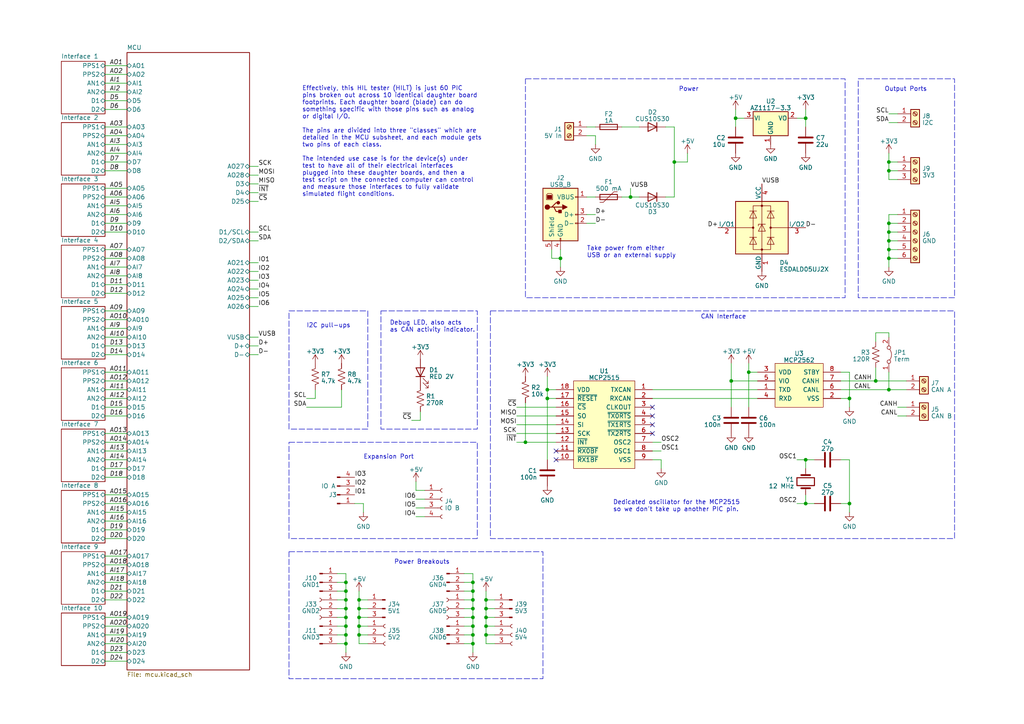
<source format=kicad_sch>
(kicad_sch (version 20230121) (generator eeschema)
  (paper "A4")
  (junction (at 257.81 67.31))
  (junction (at 257.81 74.93))
  (junction (at 104.14 173.99))
  (junction (at 246.38 115.57))
  (junction (at 137.16 173.99))
  (junction (at 195.58 46.99))
  (junction (at 104.14 184.15))
  (junction (at 257.81 69.85))
  (junction (at 217.17 107.95))
  (junction (at 158.75 113.03))
  (junction (at 140.97 179.07))
  (junction (at 162.56 74.93))
  (junction (at 257.81 72.39))
  (junction (at 100.33 186.69))
  (junction (at 100.33 179.07))
  (junction (at 233.68 34.29))
  (junction (at 100.33 171.45))
  (junction (at 254 110.49))
  (junction (at 140.97 184.15))
  (junction (at 137.16 184.15))
  (junction (at 158.75 115.57))
  (junction (at 152.4 128.27))
  (junction (at 246.38 146.05))
  (junction (at 100.33 173.99))
  (junction (at 100.33 176.53))
  (junction (at 137.16 171.45))
  (junction (at 257.81 113.03))
  (junction (at 137.16 168.91))
  (junction (at 104.14 181.61))
  (junction (at 233.68 133.35))
  (junction (at 182.88 57.15))
  (junction (at 140.97 176.53))
  (junction (at 257.81 64.77))
  (junction (at 100.33 181.61))
  (junction (at 257.81 49.53))
  (junction (at 100.33 184.15))
  (junction (at 137.16 181.61))
  (junction (at 104.14 179.07))
  (junction (at 233.68 146.05))
  (junction (at 104.14 176.53))
  (junction (at 140.97 173.99))
  (junction (at 137.16 186.69))
  (junction (at 137.16 176.53))
  (junction (at 137.16 179.07))
  (junction (at 213.36 34.29))
  (junction (at 100.33 168.91))
  (junction (at 140.97 181.61))
  (junction (at 257.81 46.99))
  (junction (at 212.09 110.49))
  (no_connect (at 161.29 133.35))
  (no_connect (at 189.23 118.11))
  (no_connect (at 189.23 123.19))
  (no_connect (at 161.29 130.81))
  (no_connect (at 189.23 125.73))
  (no_connect (at 189.23 120.65))
  (wire (pts (xy 36.83 21.59) (xy 30.48 21.59)))
  (wire (pts (xy 260.35 46.99) (xy 257.81 46.99)))
  (wire (pts (xy 36.83 29.21) (xy 30.48 29.21)))
  (wire (pts (xy 140.97 184.15) (xy 140.97 186.69)))
  (wire (pts (xy 233.68 133.35) (xy 236.22 133.35)))
  (wire (pts (xy 104.14 176.53) (xy 104.14 179.07)))
  (wire (pts (xy 36.83 49.53) (xy 30.48 49.53)))
  (wire (pts (xy 137.16 186.69) (xy 137.16 189.23)))
  (wire (pts (xy 36.83 59.69) (xy 30.48 59.69)))
  (wire (pts (xy 104.14 173.99) (xy 106.68 173.99)))
  (wire (pts (xy 243.84 107.95) (xy 246.38 107.95)))
  (wire (pts (xy 36.83 95.25) (xy 30.48 95.25)))
  (wire (pts (xy 36.83 125.73) (xy 30.48 125.73)))
  (wire (pts (xy 36.83 97.79) (xy 30.48 97.79)))
  (wire (pts (xy 257.81 44.45) (xy 257.81 46.99)))
  (wire (pts (xy 170.18 64.77) (xy 172.72 64.77)))
  (wire (pts (xy 36.83 189.23) (xy 30.48 189.23)))
  (wire (pts (xy 140.97 179.07) (xy 140.97 181.61)))
  (wire (pts (xy 120.65 147.32) (xy 123.19 147.32)))
  (wire (pts (xy 246.38 133.35) (xy 243.84 133.35)))
  (wire (pts (xy 99.06 118.11) (xy 99.06 113.03)))
  (wire (pts (xy 140.97 184.15) (xy 143.51 184.15)))
  (wire (pts (xy 257.81 97.79) (xy 257.81 96.52)))
  (wire (pts (xy 120.65 142.24) (xy 123.19 142.24)))
  (wire (pts (xy 191.77 130.81) (xy 189.23 130.81)))
  (wire (pts (xy 140.97 176.53) (xy 143.51 176.53)))
  (wire (pts (xy 104.14 179.07) (xy 106.68 179.07)))
  (wire (pts (xy 212.09 110.49) (xy 212.09 118.11)))
  (wire (pts (xy 88.9 118.11) (xy 99.06 118.11)))
  (wire (pts (xy 140.97 181.61) (xy 140.97 184.15)))
  (wire (pts (xy 170.18 36.83) (xy 172.72 36.83)))
  (wire (pts (xy 160.02 74.93) (xy 162.56 74.93)))
  (wire (pts (xy 36.83 151.13) (xy 30.48 151.13)))
  (wire (pts (xy 104.14 184.15) (xy 104.14 186.69)))
  (wire (pts (xy 260.35 118.11) (xy 262.89 118.11)))
  (wire (pts (xy 191.77 128.27) (xy 189.23 128.27)))
  (wire (pts (xy 72.39 97.79) (xy 74.93 97.79)))
  (wire (pts (xy 36.83 54.61) (xy 30.48 54.61)))
  (wire (pts (xy 97.79 171.45) (xy 100.33 171.45)))
  (wire (pts (xy 72.39 83.82) (xy 74.93 83.82)))
  (wire (pts (xy 231.14 146.05) (xy 233.68 146.05)))
  (wire (pts (xy 36.83 41.91) (xy 30.48 41.91)))
  (wire (pts (xy 193.04 36.83) (xy 195.58 36.83)))
  (wire (pts (xy 72.39 100.33) (xy 74.93 100.33)))
  (wire (pts (xy 36.83 57.15) (xy 30.48 57.15)))
  (wire (pts (xy 257.81 64.77) (xy 257.81 62.23)))
  (wire (pts (xy 36.83 156.21) (xy 30.48 156.21)))
  (wire (pts (xy 72.39 69.85) (xy 74.93 69.85)))
  (wire (pts (xy 36.83 166.37) (xy 30.48 166.37)))
  (wire (pts (xy 257.81 67.31) (xy 257.81 64.77)))
  (wire (pts (xy 260.35 33.02) (xy 257.81 33.02)))
  (wire (pts (xy 36.83 26.67) (xy 30.48 26.67)))
  (wire (pts (xy 170.18 62.23) (xy 172.72 62.23)))
  (wire (pts (xy 36.83 44.45) (xy 30.48 44.45)))
  (wire (pts (xy 105.41 146.05) (xy 102.87 146.05)))
  (wire (pts (xy 134.62 166.37) (xy 137.16 166.37)))
  (wire (pts (xy 243.84 110.49) (xy 254 110.49)))
  (wire (pts (xy 36.83 173.99) (xy 30.48 173.99)))
  (wire (pts (xy 104.14 176.53) (xy 106.68 176.53)))
  (wire (pts (xy 72.39 67.31) (xy 74.93 67.31)))
  (wire (pts (xy 257.81 52.07) (xy 260.35 52.07)))
  (wire (pts (xy 149.86 118.11) (xy 161.29 118.11)))
  (wire (pts (xy 233.68 31.75) (xy 233.68 34.29)))
  (wire (pts (xy 36.83 31.75) (xy 30.48 31.75)))
  (wire (pts (xy 140.97 176.53) (xy 140.97 179.07)))
  (wire (pts (xy 36.83 82.55) (xy 30.48 82.55)))
  (wire (pts (xy 246.38 118.11) (xy 246.38 115.57)))
  (wire (pts (xy 199.39 46.99) (xy 199.39 44.45)))
  (wire (pts (xy 140.97 181.61) (xy 143.51 181.61)))
  (wire (pts (xy 100.33 171.45) (xy 100.33 173.99)))
  (wire (pts (xy 36.83 184.15) (xy 30.48 184.15)))
  (wire (pts (xy 149.86 120.65) (xy 161.29 120.65)))
  (wire (pts (xy 161.29 115.57) (xy 158.75 115.57)))
  (wire (pts (xy 72.39 50.8) (xy 74.93 50.8)))
  (wire (pts (xy 189.23 115.57) (xy 219.71 115.57)))
  (wire (pts (xy 36.83 120.65) (xy 30.48 120.65)))
  (wire (pts (xy 104.14 181.61) (xy 104.14 184.15)))
  (wire (pts (xy 72.39 48.26) (xy 74.93 48.26)))
  (wire (pts (xy 140.97 186.69) (xy 143.51 186.69)))
  (wire (pts (xy 36.83 163.83) (xy 30.48 163.83)))
  (wire (pts (xy 233.68 36.83) (xy 233.68 34.29)))
  (wire (pts (xy 162.56 74.93) (xy 162.56 77.47)))
  (wire (pts (xy 243.84 113.03) (xy 257.81 113.03)))
  (wire (pts (xy 97.79 168.91) (xy 100.33 168.91)))
  (wire (pts (xy 191.77 133.35) (xy 189.23 133.35)))
  (wire (pts (xy 72.39 76.2) (xy 74.93 76.2)))
  (wire (pts (xy 100.33 181.61) (xy 100.33 184.15)))
  (wire (pts (xy 36.83 39.37) (xy 30.48 39.37)))
  (wire (pts (xy 137.16 171.45) (xy 137.16 173.99)))
  (wire (pts (xy 100.33 166.37) (xy 100.33 168.91)))
  (wire (pts (xy 246.38 115.57) (xy 243.84 115.57)))
  (wire (pts (xy 257.81 49.53) (xy 260.35 49.53)))
  (wire (pts (xy 36.83 148.59) (xy 30.48 148.59)))
  (wire (pts (xy 257.81 62.23) (xy 260.35 62.23)))
  (wire (pts (xy 257.81 107.95) (xy 257.81 113.03)))
  (wire (pts (xy 36.83 77.47) (xy 30.48 77.47)))
  (wire (pts (xy 213.36 36.83) (xy 213.36 34.29)))
  (wire (pts (xy 134.62 181.61) (xy 137.16 181.61)))
  (wire (pts (xy 36.83 113.03) (xy 30.48 113.03)))
  (wire (pts (xy 36.83 100.33) (xy 30.48 100.33)))
  (wire (pts (xy 257.81 74.93) (xy 260.35 74.93)))
  (wire (pts (xy 97.79 184.15) (xy 100.33 184.15)))
  (wire (pts (xy 137.16 181.61) (xy 137.16 184.15)))
  (wire (pts (xy 36.83 92.71) (xy 30.48 92.71)))
  (wire (pts (xy 217.17 105.41) (xy 217.17 107.95)))
  (wire (pts (xy 36.83 128.27) (xy 30.48 128.27)))
  (wire (pts (xy 104.14 171.45) (xy 104.14 173.99)))
  (wire (pts (xy 36.83 186.69) (xy 30.48 186.69)))
  (wire (pts (xy 36.83 135.89) (xy 30.48 135.89)))
  (wire (pts (xy 160.02 72.39) (xy 160.02 74.93)))
  (wire (pts (xy 36.83 181.61) (xy 30.48 181.61)))
  (wire (pts (xy 72.39 55.88) (xy 74.93 55.88)))
  (wire (pts (xy 36.83 115.57) (xy 30.48 115.57)))
  (wire (pts (xy 36.83 107.95) (xy 30.48 107.95)))
  (wire (pts (xy 104.14 179.07) (xy 104.14 181.61)))
  (wire (pts (xy 36.83 133.35) (xy 30.48 133.35)))
  (wire (pts (xy 36.83 74.93) (xy 30.48 74.93)))
  (wire (pts (xy 97.79 176.53) (xy 100.33 176.53)))
  (wire (pts (xy 257.81 113.03) (xy 262.89 113.03)))
  (wire (pts (xy 72.39 81.28) (xy 74.93 81.28)))
  (wire (pts (xy 36.83 64.77) (xy 30.48 64.77)))
  (wire (pts (xy 72.39 53.34) (xy 74.93 53.34)))
  (wire (pts (xy 105.41 148.59) (xy 105.41 146.05)))
  (wire (pts (xy 36.83 90.17) (xy 30.48 90.17)))
  (wire (pts (xy 134.62 171.45) (xy 137.16 171.45)))
  (wire (pts (xy 119.38 121.92) (xy 121.92 121.92)))
  (wire (pts (xy 158.75 115.57) (xy 158.75 113.03)))
  (wire (pts (xy 36.83 171.45) (xy 30.48 171.45)))
  (wire (pts (xy 36.83 118.11) (xy 30.48 118.11)))
  (wire (pts (xy 158.75 115.57) (xy 158.75 133.35)))
  (wire (pts (xy 134.62 168.91) (xy 137.16 168.91)))
  (wire (pts (xy 257.81 77.47) (xy 257.81 74.93)))
  (wire (pts (xy 137.16 173.99) (xy 137.16 176.53)))
  (wire (pts (xy 36.83 102.87) (xy 30.48 102.87)))
  (wire (pts (xy 170.18 57.15) (xy 172.72 57.15)))
  (wire (pts (xy 97.79 186.69) (xy 100.33 186.69)))
  (wire (pts (xy 257.81 72.39) (xy 260.35 72.39)))
  (wire (pts (xy 134.62 184.15) (xy 137.16 184.15)))
  (wire (pts (xy 137.16 176.53) (xy 137.16 179.07)))
  (wire (pts (xy 260.35 35.56) (xy 257.81 35.56)))
  (wire (pts (xy 246.38 146.05) (xy 246.38 133.35)))
  (wire (pts (xy 121.92 121.92) (xy 121.92 119.38)))
  (wire (pts (xy 195.58 57.15) (xy 193.04 57.15)))
  (wire (pts (xy 254 106.68) (xy 254 110.49)))
  (wire (pts (xy 134.62 176.53) (xy 137.16 176.53)))
  (wire (pts (xy 140.97 179.07) (xy 143.51 179.07)))
  (wire (pts (xy 140.97 171.45) (xy 140.97 173.99)))
  (wire (pts (xy 217.17 107.95) (xy 217.17 118.11)))
  (wire (pts (xy 134.62 186.69) (xy 137.16 186.69)))
  (wire (pts (xy 120.65 139.7) (xy 120.65 142.24)))
  (wire (pts (xy 180.34 57.15) (xy 182.88 57.15)))
  (wire (pts (xy 104.14 186.69) (xy 106.68 186.69)))
  (wire (pts (xy 72.39 88.9) (xy 74.93 88.9)))
  (wire (pts (xy 72.39 78.74) (xy 74.93 78.74)))
  (wire (pts (xy 182.88 57.15) (xy 185.42 57.15)))
  (wire (pts (xy 134.62 173.99) (xy 137.16 173.99)))
  (wire (pts (xy 233.68 34.29) (xy 231.14 34.29)))
  (wire (pts (xy 36.83 67.31) (xy 30.48 67.31)))
  (wire (pts (xy 189.23 113.03) (xy 219.71 113.03)))
  (wire (pts (xy 72.39 102.87) (xy 74.93 102.87)))
  (wire (pts (xy 213.36 34.29) (xy 215.9 34.29)))
  (wire (pts (xy 260.35 120.65) (xy 262.89 120.65)))
  (wire (pts (xy 149.86 125.73) (xy 161.29 125.73)))
  (wire (pts (xy 257.81 96.52) (xy 254 96.52)))
  (wire (pts (xy 36.83 179.07) (xy 30.48 179.07)))
  (wire (pts (xy 36.83 143.51) (xy 30.48 143.51)))
  (wire (pts (xy 231.14 133.35) (xy 233.68 133.35)))
  (wire (pts (xy 100.33 186.69) (xy 100.33 189.23)))
  (wire (pts (xy 257.81 72.39) (xy 257.81 74.93)))
  (wire (pts (xy 36.83 168.91) (xy 30.48 168.91)))
  (wire (pts (xy 260.35 67.31) (xy 257.81 67.31)))
  (wire (pts (xy 149.86 123.19) (xy 161.29 123.19)))
  (wire (pts (xy 246.38 107.95) (xy 246.38 115.57)))
  (wire (pts (xy 243.84 146.05) (xy 246.38 146.05)))
  (wire (pts (xy 257.81 64.77) (xy 260.35 64.77)))
  (wire (pts (xy 195.58 36.83) (xy 195.58 46.99)))
  (wire (pts (xy 36.83 36.83) (xy 30.48 36.83)))
  (wire (pts (xy 36.83 46.99) (xy 30.48 46.99)))
  (wire (pts (xy 72.39 86.36) (xy 74.93 86.36)))
  (wire (pts (xy 36.83 161.29) (xy 30.48 161.29)))
  (wire (pts (xy 104.14 181.61) (xy 106.68 181.61)))
  (wire (pts (xy 182.88 54.61) (xy 182.88 57.15)))
  (wire (pts (xy 180.34 36.83) (xy 185.42 36.83)))
  (wire (pts (xy 137.16 184.15) (xy 137.16 186.69)))
  (wire (pts (xy 36.83 153.67) (xy 30.48 153.67)))
  (wire (pts (xy 217.17 107.95) (xy 219.71 107.95)))
  (wire (pts (xy 246.38 148.59) (xy 246.38 146.05)))
  (wire (pts (xy 213.36 31.75) (xy 213.36 34.29)))
  (wire (pts (xy 100.33 168.91) (xy 100.33 171.45)))
  (wire (pts (xy 91.44 115.57) (xy 91.44 113.03)))
  (wire (pts (xy 88.9 115.57) (xy 91.44 115.57)))
  (wire (pts (xy 36.83 146.05) (xy 30.48 146.05)))
  (wire (pts (xy 137.16 179.07) (xy 137.16 181.61)))
  (wire (pts (xy 134.62 179.07) (xy 137.16 179.07)))
  (wire (pts (xy 257.81 69.85) (xy 260.35 69.85)))
  (wire (pts (xy 36.83 80.01) (xy 30.48 80.01)))
  (wire (pts (xy 158.75 109.22) (xy 158.75 113.03)))
  (wire (pts (xy 30.48 19.05) (xy 36.83 19.05)))
  (wire (pts (xy 212.09 105.41) (xy 212.09 110.49)))
  (wire (pts (xy 212.09 110.49) (xy 219.71 110.49)))
  (wire (pts (xy 97.79 179.07) (xy 100.33 179.07)))
  (wire (pts (xy 36.83 85.09) (xy 30.48 85.09)))
  (wire (pts (xy 120.65 149.86) (xy 123.19 149.86)))
  (wire (pts (xy 158.75 113.03) (xy 161.29 113.03)))
  (wire (pts (xy 97.79 181.61) (xy 100.33 181.61)))
  (wire (pts (xy 36.83 62.23) (xy 30.48 62.23)))
  (wire (pts (xy 97.79 166.37) (xy 100.33 166.37)))
  (wire (pts (xy 257.81 67.31) (xy 257.81 69.85)))
  (wire (pts (xy 36.83 191.77) (xy 30.48 191.77)))
  (wire (pts (xy 137.16 166.37) (xy 137.16 168.91)))
  (wire (pts (xy 100.33 173.99) (xy 100.33 176.53)))
  (wire (pts (xy 120.65 144.78) (xy 123.19 144.78)))
  (wire (pts (xy 36.83 24.13) (xy 30.48 24.13)))
  (wire (pts (xy 162.56 72.39) (xy 162.56 74.93)))
  (wire (pts (xy 257.81 69.85) (xy 257.81 72.39)))
  (wire (pts (xy 97.79 173.99) (xy 100.33 173.99)))
  (wire (pts (xy 36.83 72.39) (xy 30.48 72.39)))
  (wire (pts (xy 172.72 41.91) (xy 172.72 39.37)))
  (wire (pts (xy 100.33 184.15) (xy 100.33 186.69)))
  (wire (pts (xy 257.81 49.53) (xy 257.81 52.07)))
  (wire (pts (xy 36.83 138.43) (xy 30.48 138.43)))
  (wire (pts (xy 100.33 176.53) (xy 100.33 179.07)))
  (wire (pts (xy 104.14 184.15) (xy 106.68 184.15)))
  (wire (pts (xy 104.14 173.99) (xy 104.14 176.53)))
  (wire (pts (xy 233.68 135.89) (xy 233.68 133.35)))
  (wire (pts (xy 195.58 46.99) (xy 199.39 46.99)))
  (wire (pts (xy 137.16 168.91) (xy 137.16 171.45)))
  (wire (pts (xy 152.4 128.27) (xy 152.4 116.84)))
  (wire (pts (xy 36.83 110.49) (xy 30.48 110.49)))
  (wire (pts (xy 195.58 46.99) (xy 195.58 57.15)))
  (wire (pts (xy 191.77 135.89) (xy 191.77 133.35)))
  (wire (pts (xy 233.68 146.05) (xy 233.68 143.51)))
  (wire (pts (xy 140.97 173.99) (xy 140.97 176.53)))
  (wire (pts (xy 140.97 173.99) (xy 143.51 173.99)))
  (wire (pts (xy 72.39 58.42) (xy 74.93 58.42)))
  (wire (pts (xy 100.33 179.07) (xy 100.33 181.61)))
  (wire (pts (xy 149.86 128.27) (xy 152.4 128.27)))
  (wire (pts (xy 254 96.52) (xy 254 99.06)))
  (wire (pts (xy 172.72 39.37) (xy 170.18 39.37)))
  (wire (pts (xy 236.22 146.05) (xy 233.68 146.05)))
  (wire (pts (xy 257.81 46.99) (xy 257.81 49.53)))
  (wire (pts (xy 254 110.49) (xy 262.89 110.49)))
  (wire (pts (xy 36.83 130.81) (xy 30.48 130.81)))
  (wire (pts (xy 152.4 128.27) (xy 161.29 128.27)))
  (rectangle (start 152.4 22.86) (end 245.11 86.36) (stroke (width 0) (type dash)))
  (rectangle (start 248.92 22.86) (end 276.86 86.36) (stroke (width 0) (type dash)))
  (rectangle (start 83.82 90.17) (end 106.68 124.46) (stroke (width 0) (type dash)))
  (rectangle (start 110.49 90.17) (end 138.43 124.46) (stroke (width 0) (type dash)))
  (rectangle (start 83.82 160.02) (end 157.48 196.85) (stroke (width 0) (type dash)))
  (rectangle (start 83.82 128.27) (end 138.43 156.21) (stroke (width 0) (type dash)))
  (rectangle (start 142.24 90.17) (end 276.86 156.21) (stroke (width 0) (type dash)))
  (text "Dedicated oscillator for the MCP2515\nso we don't take up another PIC pin." (at 177.8 148.59 0) (effects (font (size 1.27 1.27)) (justify left bottom)))
  (text "Take power from either\nUSB or an external supply" (at 170.18 74.93 0) (effects (font (size 1.27 1.27)) (justify left bottom)))
  (text "Power" (at 196.85 26.67 0) (effects (font (size 1.27 1.27)) (justify left bottom)))
  (text "Expansion Port\n" (at 105.41 133.35 0) (effects (font (size 1.27 1.27)) (justify left bottom)))
  (text "Effectively, this HIL tester (HILT) is just 60 PIC\npins broken out across 10 identical daughter board\nfootprints. Each daughter board (blade) can do\nsomething specific with those pins such as analog\nor digital I/O.\n\nThe pins are divided into three \"classes\" which are\ndetailed in the MCU subsheet, and each module gets\ntwo pins of each class.\n\nThe intended use case is for the device(s) under\ntest to have all of their electrical interfaces\nplugged into these daughter boards, and then a\ntest script on the connected computer can control\nand measure those interfaces to fully validate\nsimulated flight conditions." (at 87.63 57.15 0) (effects (font (size 1.27 1.27)) (justify left bottom)))
  (text "I2C pull-ups" (at 88.9 95.25 0) (effects (font (size 1.27 1.27)) (justify left bottom)))
  (text "Power Breakouts" (at 114.3 163.83 0) (effects (font (size 1.27 1.27)) (justify left bottom)))
  (text "CAN Interface" (at 203.2 92.71 0) (effects (font (size 1.27 1.27)) (justify left bottom)))
  (text "Output Ports" (at 256.54 26.67 0) (effects (font (size 1.27 1.27)) (justify left bottom)))
  (text "Debug LED, also acts\nas CAN activity indicator." (at 113.03 96.52 0) (effects (font (size 1.27 1.27)) (justify left bottom)))
  (label "D11" (at 31.75 82.55 0) (effects (font italic)))
  (label "IO6" (at 74.93 88.9 0))
  (label "AI19" (at 31.75 184.15 0) (effects (font italic)))
  (label "OSC1" (at 191.77 130.81 0))
  (label "AO9" (at 31.75 90.17 0) (effects (font italic)))
  (label "AI12" (at 31.75 115.57 0) (effects (font italic)))
  (label "AO4" (at 31.75 39.37 0) (effects (font italic)))
  (label "IO3" (at 102.87 138.43 0))
  (label "~{INT}" (at 74.93 55.88 0))
  (label "D5" (at 31.75 29.21 0) (effects (font italic)))
  (label "MISO" (at 149.86 120.65 180))
  (label "SDA" (at 74.93 69.85 0))
  (label "AO8" (at 31.75 74.93 0) (effects (font italic)))
  (label "SCK" (at 74.93 48.26 0))
  (label "D8" (at 31.75 49.53 0) (effects (font italic)))
  (label "AI13" (at 31.75 130.81 0) (effects (font italic)))
  (label "D10" (at 31.75 67.31 0) (effects (font italic)))
  (label "AI18" (at 31.75 168.91 0) (effects (font italic)))
  (label "AI6" (at 31.75 62.23 0) (effects (font italic)))
  (label "IO2" (at 74.93 78.74 0))
  (label "AO1" (at 31.75 19.05 0) (effects (font italic)))
  (label "AO16" (at 31.75 146.05 0) (effects (font italic)))
  (label "D7" (at 31.75 46.99 0) (effects (font italic)))
  (label "D6" (at 31.75 31.75 0) (effects (font italic)))
  (label "VUSB" (at 74.93 97.79 0))
  (label "AO19" (at 31.75 179.07 0) (effects (font italic)))
  (label "D23" (at 31.75 189.23 0) (effects (font italic)))
  (label "SCK" (at 149.86 125.73 180))
  (label "D13" (at 31.75 100.33 0) (effects (font italic)))
  (label "D22" (at 31.75 173.99 0) (effects (font italic)))
  (label "AO14" (at 31.75 128.27 0) (effects (font italic)))
  (label "AO5" (at 31.75 54.61 0) (effects (font italic)))
  (label "AI17" (at 31.75 166.37 0) (effects (font italic)))
  (label "~{CS}" (at 149.86 118.11 180))
  (label "OSC2" (at 191.77 128.27 0))
  (label "AI15" (at 31.75 148.59 0) (effects (font italic)))
  (label "AI5" (at 31.75 59.69 0) (effects (font italic)))
  (label "AO11" (at 31.75 107.95 0) (effects (font italic)))
  (label "OSC2" (at 231.14 146.05 180))
  (label "SDA" (at 88.9 118.11 180))
  (label "AI16" (at 31.75 151.13 0) (effects (font italic)))
  (label "~{INT}" (at 149.86 128.27 180))
  (label "IO1" (at 102.87 143.51 0))
  (label "D+" (at 172.72 62.23 0))
  (label "D-" (at 233.68 66.04 0))
  (label "VUSB" (at 220.98 53.34 0))
  (label "AO6" (at 31.75 57.15 0) (effects (font italic)))
  (label "SCL" (at 88.9 115.57 180))
  (label "D19" (at 31.75 153.67 0) (effects (font italic)))
  (label "D12" (at 31.75 85.09 0) (effects (font italic)))
  (label "AO12" (at 31.75 110.49 0) (effects (font italic)))
  (label "CANH" (at 247.65 110.49 0))
  (label "D20" (at 31.75 156.21 0) (effects (font italic)))
  (label "D14" (at 31.75 102.87 0) (effects (font italic)))
  (label "AI1" (at 31.75 24.13 0) (effects (font italic)))
  (label "IO1" (at 74.93 76.2 0))
  (label "MOSI" (at 149.86 123.19 180))
  (label "AO18" (at 31.75 163.83 0) (effects (font italic)))
  (label "SCL" (at 257.81 33.02 180))
  (label "AO20" (at 31.75 181.61 0) (effects (font italic)))
  (label "D17" (at 31.75 135.89 0) (effects (font italic)))
  (label "IO3" (at 74.93 81.28 0))
  (label "IO5" (at 120.65 147.32 180))
  (label "SCL" (at 74.93 67.31 0))
  (label "VUSB" (at 182.88 54.61 0))
  (label "IO4" (at 120.65 149.86 180))
  (label "SDA" (at 257.81 35.56 180))
  (label "D15" (at 31.75 118.11 0) (effects (font italic)))
  (label "MOSI" (at 74.93 50.8 0))
  (label "~{CS}" (at 119.38 121.92 180))
  (label "CANL" (at 260.35 120.65 180))
  (label "D24" (at 31.75 191.77 0) (effects (font italic)))
  (label "AO10" (at 31.75 92.71 0) (effects (font italic)))
  (label "D+" (at 74.93 100.33 0))
  (label "AI10" (at 31.75 97.79 0) (effects (font italic)))
  (label "D18" (at 31.75 138.43 0) (effects (font italic)))
  (label "AI14" (at 31.75 133.35 0) (effects (font italic)))
  (label "D9" (at 31.75 64.77 0) (effects (font italic)))
  (label "AI11" (at 31.75 113.03 0) (effects (font italic)))
  (label "AI20" (at 31.75 186.69 0) (effects (font italic)))
  (label "CANL" (at 247.65 113.03 0))
  (label "D16" (at 31.75 120.65 0) (effects (font italic)))
  (label "CANH" (at 260.35 118.11 180))
  (label "AO15" (at 31.75 143.51 0) (effects (font italic)))
  (label "AO17" (at 31.75 161.29 0) (effects (font italic)))
  (label "AO3" (at 31.75 36.83 0) (effects (font italic)))
  (label "IO2" (at 102.87 140.97 0))
  (label "AI9" (at 31.75 95.25 0) (effects (font italic)))
  (label "D21" (at 31.75 171.45 0) (effects (font italic)))
  (label "AO7" (at 31.75 72.39 0) (effects (font italic)))
  (label "AI7" (at 31.75 77.47 0) (effects (font italic)))
  (label "IO5" (at 74.93 86.36 0))
  (label "AO2" (at 31.75 21.59 0) (effects (font italic)))
  (label "AI4" (at 31.75 44.45 0) (effects (font italic)))
  (label "MISO" (at 74.93 53.34 0))
  (label "~{CS}" (at 74.93 58.42 0))
  (label "AO13" (at 31.75 125.73 0) (effects (font italic)))
  (label "D-" (at 172.72 64.77 0))
  (label "OSC1" (at 231.14 133.35 180))
  (label "IO6" (at 120.65 144.78 180))
  (label "AI8" (at 31.75 80.01 0) (effects (font italic)))
  (label "D+" (at 208.28 66.04 180))
  (label "IO4" (at 74.93 83.82 0))
  (label "D-" (at 74.93 102.87 0))
  (label "AI3" (at 31.75 41.91 0) (effects (font italic)))
  (label "AI2" (at 31.75 26.67 0) (effects (font italic)))
  (symbol (lib_id "Connector:Conn_01x04_Pin") (at 97.79 143.51 0) (mirror x) (unit 1)
    (property "Reference" "J3" (at 96.52 143.51 0))
    (property "Value" "IO A" (at 95.25 140.97 0))
    (property "Footprint" "Connector_PinHeader_2.54mm:PinHeader_1x04_P2.54mm_Horizontal" (effects hide))
  )
  (symbol (lib_id "power:GND") (at 217.17 125.73 0) (unit 1)
    (property "Reference" "#PWR016" (effects hide))
    (property "Value" "GND" (at 217.17 129.8655 0))
  )
  (symbol (lib_id "power:GND") (at 191.77 135.89 0) (unit 1)
    (property "Reference" "#PWR09" (effects hide))
    (property "Value" "GND" (at 191.77 140.0255 0))
  )
  (symbol (lib_id "power:+5V") (at 120.65 139.7 0) (unit 1)
    (property "Reference" "#PWR075" (effects hide))
    (property "Value" "+5V" (at 120.65 136.1981 0))
  )
  (symbol (lib_id "power:+3V3") (at 257.81 44.45 0) (unit 1)
    (property "Reference" "#PWR022" (effects hide))
    (property "Value" "+3V3" (at 257.81 40.9481 0))
  )
  (symbol (lib_id "Device:Crystal") (at 233.68 139.7 270) (mirror x) (unit 1)
    (property "Reference" "Y1" (at 230.3526 139.0563 90) (effects (justify right)))
    (property "Value" "12 MHz" (at 230.3526 140.9773 90) (effects (justify right)))
    (property "Footprint" "Crystal:Crystal_HC49-4H_Vertical" (effects hide))
  )
  (symbol (lib_id "power:+3V3") (at 121.92 104.14 0) (unit 1)
    (property "Reference" "#PWR01" (effects hide))
    (property "Value" "+3V3" (at 121.92 100.6381 0))
  )
  (symbol (lib_id "power:GND") (at 233.68 44.45 0) (unit 1)
    (property "Reference" "#PWR018" (effects hide))
    (property "Value" "GND" (at 233.68 48.5855 0))
  )
  (symbol (lib_id "Connector:Conn_01x03_Pin") (at 129.54 168.91 0) (unit 1)
    (property "Reference" "J36" (at 127 167.64 0))
    (property "Value" "GND4" (at 127 169.561 0))
    (property "Footprint" "Connector_PinHeader_2.54mm:PinHeader_1x03_P2.54mm_Horizontal" (effects hide))
  )
  (symbol (lib_id "Connector:Conn_01x03_Socket") (at 148.59 184.15 0) (unit 1)
    (property "Reference" "J40" (at 151.13 182.88 0))
    (property "Value" "5V4" (at 151.13 184.801 0))
    (property "Footprint" "Connector_PinSocket_2.54mm:PinSocket_1x03_P2.54mm_Horizontal" (effects hide))
  )
  (symbol (lib_id "Connector:Conn_01x03_Pin") (at 148.59 176.53 0) (mirror y) (unit 1)
    (property "Reference" "J39" (at 151.13 175.26 0))
    (property "Value" "5V3" (at 151.13 177.181 0))
    (property "Footprint" "Connector_PinHeader_2.54mm:PinHeader_1x03_P2.54mm_Horizontal" (effects hide))
  )
  (symbol (lib_id "Connector:Conn_01x03_Pin") (at 92.71 184.15 0) (unit 1)
    (property "Reference" "J11" (at 90.17 182.88 0))
    (property "Value" "GND3" (at 90.17 184.801 0))
    (property "Footprint" "Connector_PinHeader_2.54mm:PinHeader_1x03_P2.54mm_Horizontal" (effects hide))
  )
  (symbol (lib_id "Device:C") (at 240.03 133.35 90) (unit 1)
    (property "Reference" "C4" (at 240.03 128.1811 90))
    (property "Value" "27p" (at 240.03 130.1021 90))
    (property "Footprint" "Capacitor_SMD:C_0805_2012Metric_Pad1.18x1.45mm_HandSolder" (effects hide))
  )
  (symbol (lib_id "power:GND") (at 220.98 78.74 0) (unit 1)
    (property "Reference" "#PWR083" (effects hide))
    (property "Value" "GND" (at 220.98 82.8755 0))
  )
  (symbol (lib_id "power:GND") (at 162.56 77.47 0) (unit 1)
    (property "Reference" "#PWR02" (effects hide))
    (property "Value" "GND" (at 162.56 81.6055 0))
  )
  (symbol (lib_id "Device:Fuse") (at 176.53 36.83 90) (unit 1)
    (property "Reference" "F2" (at 176.53 33.0581 90))
    (property "Value" "1A" (at 176.53 34.9791 90))
    (property "Footprint" "canhw_footprints:Fuseholder_36-3557-15-ND" (effects hide))
  )
  (symbol (lib_id "power:+3V3") (at 158.75 109.22 0) (unit 1)
    (property "Reference" "#PWR05" (effects hide))
    (property "Value" "+3V3" (at 158.75 105.7181 0))
  )
  (symbol (lib_id "power:+3V3") (at 233.68 31.75 0) (unit 1)
    (property "Reference" "#PWR017" (effects hide))
    (property "Value" "+3V3" (at 233.68 28.2481 0))
  )
  (symbol (lib_id "Device:R_US") (at 99.06 109.22 0) (mirror y) (unit 1)
    (property "Reference" "R8" (at 100.711 108.5763 0) (effects (justify right)))
    (property "Value" "4.7k" (at 100.711 110.4973 0) (effects (justify right)))
    (property "Footprint" "Resistor_SMD:R_0805_2012Metric_Pad1.20x1.40mm_HandSolder" (effects hide))
  )
  (symbol (lib_id "Device:R_US") (at 91.44 109.22 0) (mirror y) (unit 1)
    (property "Reference" "R7" (at 93.091 108.5763 0) (effects (justify right)))
    (property "Value" "4.7k" (at 93.091 110.4973 0) (effects (justify right)))
    (property "Footprint" "Resistor_SMD:R_0805_2012Metric_Pad1.20x1.40mm_HandSolder" (effects hide))
  )
  (symbol (lib_id "power:+3V3") (at 152.4 109.22 0) (unit 1)
    (property "Reference" "#PWR03" (effects hide))
    (property "Value" "+3V3" (at 152.4 105.7181 0))
  )
  (symbol (lib_id "power:+3V3") (at 99.06 105.41 0) (unit 1)
    (property "Reference" "#PWR079" (effects hide))
    (property "Value" "+3V3" (at 99.06 101.9081 0))
  )
  (symbol (lib_id "Connector:Conn_01x03_Socket") (at 129.54 176.53 0) (mirror y) (unit 1)
    (property "Reference" "J37" (at 127 175.26 0))
    (property "Value" "GND5" (at 127 177.181 0))
    (property "Footprint" "Connector_PinSocket_2.54mm:PinSocket_1x03_P2.54mm_Horizontal" (effects hide))
  )
  (symbol (lib_id "Connector:Screw_Terminal_01x02") (at 267.97 118.11 0) (unit 1)
    (property "Reference" "J5" (at 270.002 118.7363 0) (effects (justify left)))
    (property "Value" "CAN B" (at 270.002 120.6573 0) (effects (justify left)))
    (property "Footprint" "TerminalBlock_Phoenix:TerminalBlock_Phoenix_PT-1,5-2-3.5-H_1x02_P3.50mm_Horizontal" (effects hide))
  )
  (symbol (lib_id "Connector:Screw_Terminal_01x03") (at 265.43 49.53 0) (unit 1)
    (property "Reference" "J9" (at 267.462 48.8863 0) (effects (justify left)))
    (property "Value" "3V3" (at 267.462 50.8073 0) (effects (justify left)))
    (property "Footprint" "TerminalBlock_Phoenix:TerminalBlock_Phoenix_PT-1,5-3-3.5-H_1x03_P3.50mm_Horizontal" (effects hide))
  )
  (symbol (lib_id "canhw:MCP2562") (at 232.41 107.95 0) (unit 1)
    (property "Reference" "U3" (at 231.775 102.5271 0))
    (property "Value" "MCP2562" (at 231.775 104.4481 0))
    (property "Footprint" "Package_SO:SOIC-8_3.9x4.9mm_P1.27mm" (effects hide))
    (property "Datasheet" "http://hades.mech.northwestern.edu/images/5/5e/MCP2562.pdf" (effects hide))
  )
  (symbol (lib_id "canhw:MCP2515") (at 175.26 118.11 0) (mirror y) (unit 1)
    (property "Reference" "U1" (at 175.26 107.6071 0))
    (property "Value" "MCP2515" (at 175.26 109.5281 0))
    (property "Footprint" "Package_SO:SOIC-18W_7.5x11.6mm_P1.27mm" (effects hide))
    (property "Datasheet" "http://ww1.microchip.com/downloads/en/DeviceDoc/20001801H.pdf" (effects hide))
  )
  (symbol (lib_id "Device:R_US") (at 254 102.87 0) (mirror y) (unit 1)
    (property "Reference" "R3" (at 252.349 102.2263 0) (effects (justify left)))
    (property "Value" "120R" (at 252.349 104.1473 0) (effects (justify left)))
    (property "Footprint" "Resistor_SMD:R_0805_2012Metric_Pad1.20x1.40mm_HandSolder" (effects hide))
  )
  (symbol (lib_id "power:GND") (at 246.38 118.11 0) (unit 1)
    (property "Reference" "#PWR020" (effects hide))
    (property "Value" "GND" (at 246.38 122.2455 0))
  )
  (symbol (lib_id "power:GND") (at 213.36 44.45 0) (unit 1)
    (property "Reference" "#PWR011" (effects hide))
    (property "Value" "GND" (at 213.36 48.5855 0))
  )
  (symbol (lib_id "Connector:Screw_Terminal_01x02") (at 165.1 36.83 0) (mirror y) (unit 1)
    (property "Reference" "J1" (at 163.068 37.4563 0) (effects (justify left)))
    (property "Value" "5V In" (at 163.068 39.3773 0) (effects (justify left)))
    (property "Footprint" "TerminalBlock_Phoenix:TerminalBlock_Phoenix_PT-1,5-2-5.0-H_1x02_P5.00mm_Horizontal" (effects hide))
  )
  (symbol (lib_id "Power_Protection:PRTR5V0U2X") (at 220.98 66.04 0) (unit 1)
    (property "Reference" "D4" (at 226.06 76.2 0) (effects (justify left)))
    (property "Value" "ESDALD05UJ2X" (at 226.06 78.105 0) (effects (justify left)))
    (property "Footprint" "Package_TO_SOT_SMD:SOT-143_Handsoldering" (effects hide))
    (property "Datasheet" "https://assets.nexperia.com/documents/data-sheet/PRTR5V0U2X.pdf" (effects hide))
  )
  (symbol (lib_id "Device:LED") (at 121.92 107.95 90) (unit 1)
    (property "Reference" "D1" (at 124.46 107.299 90) (effects (justify right)))
    (property "Value" "RED 2V" (at 124.46 109.22 90) (effects (justify right)))
    (property "Footprint" "LED_SMD:LED_1206_3216Metric_Pad1.42x1.75mm_HandSolder" (effects hide))
  )
  (symbol (lib_id "Connector:Conn_01x03_Socket") (at 111.76 184.15 0) (unit 1)
    (property "Reference" "J35" (at 114.3 182.88 0))
    (property "Value" "5V2" (at 114.3 184.801 0))
    (property "Footprint" "Connector_PinSocket_2.54mm:PinSocket_1x03_P2.54mm_Horizontal" (effects hide))
  )
  (symbol (lib_id "power:GND") (at 246.38 148.59 0) (unit 1)
    (property "Reference" "#PWR019" (effects hide))
    (property "Value" "GND" (at 246.38 152.7255 0))
  )
  (symbol (lib_id "Jumper:Jumper_2_Bridged") (at 257.81 102.87 270) (mirror x) (unit 1)
    (property "Reference" "JP1" (at 259.207 102.2263 90) (effects (justify left)))
    (property "Value" "Term" (at 259.207 104.1473 90) (effects (justify left)))
    (property "Footprint" "Connector_PinHeader_2.54mm:PinHeader_1x02_P2.54mm_Vertical" (effects hide))
  )
  (symbol (lib_id "Device:Polyfuse") (at 176.53 57.15 90) (unit 1)
    (property "Reference" "F1" (at 176.53 52.7431 90))
    (property "Value" "500 mA" (at 176.53 54.6641 90))
    (property "Footprint" "Fuse:Fuse_1206_3216Metric_Pad1.42x1.75mm_HandSolder" (effects hide))
  )
  (symbol (lib_id "Device:R_US") (at 121.92 115.57 0) (mirror y) (unit 1)
    (property "Reference" "R1" (at 123.571 114.9263 0) (effects (justify right)))
    (property "Value" "270R" (at 123.571 116.8473 0) (effects (justify right)))
    (property "Footprint" "Resistor_SMD:R_0805_2012Metric_Pad1.20x1.40mm_HandSolder" (effects hide))
  )
  (symbol (lib_id "Device:C") (at 212.09 121.92 0) (mirror y) (unit 1)
    (property "Reference" "C3" (at 209.169 121.2763 0) (effects (justify left)))
    (property "Value" "100n" (at 209.169 123.1973 0) (effects (justify left)))
    (property "Footprint" "Capacitor_SMD:C_0805_2012Metric_Pad1.18x1.45mm_HandSolder" (effects hide))
  )
  (symbol (lib_id "Device:R_US") (at 152.4 113.03 0) (mirror y) (unit 1)
    (property "Reference" "R2" (at 154.051 112.3863 0) (effects (justify right)))
    (property "Value" "10k" (at 154.051 114.3073 0) (effects (justify right)))
    (property "Footprint" "Resistor_SMD:R_0805_2012Metric_Pad1.20x1.40mm_HandSolder" (effects hide))
  )
  (symbol (lib_id "Connector:Conn_01x03_Pin") (at 111.76 176.53 0) (mirror y) (unit 1)
    (property "Reference" "J34" (at 114.3 175.26 0))
    (property "Value" "5V1" (at 114.3 177.181 0))
    (property "Footprint" "Connector_PinHeader_2.54mm:PinHeader_1x03_P2.54mm_Horizontal" (effects hide))
  )
  (symbol (lib_id "Connector:USB_B") (at 162.56 62.23 0) (unit 1)
    (property "Reference" "J2" (at 162.56 51.6001 0))
    (property "Value" "USB_B" (at 162.56 53.5211 0))
    (property "Footprint" "Connector_USB:USB_B_OST_USB-B1HSxx_Horizontal" (effects hide))
    (property "Datasheet" " ~" (effects hide))
  )
  (symbol (lib_id "Connector:Conn_01x03_Pin") (at 92.71 168.91 0) (unit 1)
    (property "Reference" "J10" (at 90.17 167.64 0))
    (property "Value" "GND1" (at 90.17 169.561 0))
    (property "Footprint" "Connector_PinHeader_2.54mm:PinHeader_1x03_P2.54mm_Horizontal" (effects hide))
  )
  (symbol (lib_id "Device:C") (at 240.03 146.05 90) (unit 1)
    (property "Reference" "C5" (at 240.03 140.8811 90))
    (property "Value" "27p" (at 240.03 142.8021 90))
    (property "Footprint" "Capacitor_SMD:C_0805_2012Metric_Pad1.18x1.45mm_HandSolder" (effects hide))
  )
  (symbol (lib_id "power:GND") (at 257.81 77.47 0) (unit 1)
    (property "Reference" "#PWR023" (effects hide))
    (property "Value" "GND" (at 257.81 81.6055 0))
  )
  (symbol (lib_id "power:+3V3") (at 212.09 105.41 0) (unit 1)
    (property "Reference" "#PWR013" (effects hide))
    (property "Value" "+3V3" (at 212.09 101.9081 0))
  )
  (symbol (lib_id "power:+5V") (at 104.14 171.45 0) (unit 1)
    (property "Reference" "#PWR080" (effects hide))
    (property "Value" "+5V" (at 104.14 167.9481 0))
  )
  (symbol (lib_id "Device:C") (at 217.17 121.92 0) (unit 1)
    (property "Reference" "C6" (at 220.091 121.2763 0) (effects (justify left)))
    (property "Value" "100n" (at 220.091 123.1973 0) (effects (justify left)))
    (property "Footprint" "Capacitor_SMD:C_0805_2012Metric_Pad1.18x1.45mm_HandSolder" (effects hide))
  )
  (symbol (lib_id "power:+5V") (at 199.39 44.45 0) (unit 1)
    (property "Reference" "#PWR08" (effects hide))
    (property "Value" "+5V" (at 199.39 40.9481 0))
  )
  (symbol (lib_id "Device:D") (at 189.23 36.83 180) (unit 1)
    (property "Reference" "D2" (at 189.23 32.5501 0))
    (property "Value" "CUS10S30" (at 189.23 34.4711 0))
    (property "Footprint" "Diode_SMD:D_SOD-323_HandSoldering" (effects hide))
    (property "Sim.Device" "D" (effects hide))
    (property "Sim.Pins" "1=K 2=A" (effects hide))
  )
  (symbol (lib_id "power:+3V3") (at 91.44 105.41 0) (unit 1)
    (property "Reference" "#PWR078" (effects hide))
    (property "Value" "+3V3" (at 91.44 101.9081 0))
  )
  (symbol (lib_id "Device:C") (at 158.75 137.16 0) (mirror y) (unit 1)
    (property "Reference" "C1" (at 155.829 136.5163 0) (effects (justify left)))
    (property "Value" "100n" (at 155.829 138.4373 0) (effects (justify left)))
    (property "Footprint" "Capacitor_SMD:C_0805_2012Metric_Pad1.18x1.45mm_HandSolder" (effects hide))
  )
  (symbol (lib_id "Connector:Screw_Terminal_01x06") (at 265.43 67.31 0) (unit 1)
    (property "Reference" "J6" (at 267.462 67.9363 0) (effects (justify left)))
    (property "Value" "GND" (at 267.462 69.8573 0) (effects (justify left)))
    (property "Footprint" "TerminalBlock_Phoenix:TerminalBlock_Phoenix_PT-1,5-6-3.5-H_1x06_P3.50mm_Horizontal" (effects hide))
  )
  (symbol (lib_id "power:GND") (at 105.41 148.59 0) (unit 1)
    (property "Reference" "#PWR07" (effects hide))
    (property "Value" "GND" (at 105.41 152.7255 0))
  )
  (symbol (lib_id "Connector:Conn_01x04_Socket") (at 128.27 144.78 0) (unit 1)
    (property "Reference" "J4" (at 128.9812 145.4063 0) (effects (justify left)))
    (property "Value" "IO B" (at 128.9812 147.3273 0) (effects (justify left)))
    (property "Footprint" "Connector_PinSocket_2.54mm:PinSocket_1x04_P2.54mm_Horizontal" (effects hide))
  )
  (symbol (lib_id "Device:C") (at 213.36 40.64 0) (mirror y) (unit 1)
    (property "Reference" "C2" (at 210.439 39.9963 0) (effects (justify left)))
    (property "Value" "10u" (at 210.439 41.9173 0) (effects (justify left)))
    (property "Footprint" "Capacitor_SMD:C_0805_2012Metric_Pad1.18x1.45mm_HandSolder" (effects hide))
  )
  (symbol (lib_id "power:GND") (at 100.33 189.23 0) (unit 1)
    (property "Reference" "#PWR021" (effects hide))
    (property "Value" "GND" (at 100.33 193.3655 0))
  )
  (symbol (lib_id "Connector:Screw_Terminal_01x02") (at 267.97 110.49 0) (unit 1)
    (property "Reference" "J7" (at 270.002 111.1163 0) (effects (justify left)))
    (property "Value" "CAN A" (at 270.002 113.0373 0) (effects (justify left)))
    (property "Footprint" "TerminalBlock_Phoenix:TerminalBlock_Phoenix_PT-1,5-2-3.5-H_1x02_P3.50mm_Horizontal" (effects hide))
  )
  (symbol (lib_id "power:GND") (at 137.16 189.23 0) (unit 1)
    (property "Reference" "#PWR081" (effects hide))
    (property "Value" "GND" (at 137.16 193.3655 0))
  )
  (symbol (lib_id "Device:D") (at 189.23 57.15 0) (mirror y) (unit 1)
    (property "Reference" "D3" (at 189.23 61.4299 0))
    (property "Value" "CUS10S30" (at 189.23 59.5089 0))
    (property "Footprint" "Diode_SMD:D_SOD-323_HandSoldering" (effects hide))
    (property "Sim.Device" "D" (effects hide))
    (property "Sim.Pins" "1=K 2=A" (effects hide))
  )
  (symbol (lib_id "power:+5V") (at 213.36 31.75 0) (unit 1)
    (property "Reference" "#PWR010" (effects hide))
    (property "Value" "+5V" (at 213.36 28.2481 0))
  )
  (symbol (lib_id "power:+5V") (at 217.17 105.41 0) (unit 1)
    (property "Reference" "#PWR015" (effects hide))
    (property "Value" "+5V" (at 217.17 101.9081 0))
  )
  (symbol (lib_id "power:+5V") (at 140.97 171.45 0) (unit 1)
    (property "Reference" "#PWR082" (effects hide))
    (property "Value" "+5V" (at 140.97 167.9481 0))
  )
  (symbol (lib_id "Device:C") (at 233.68 40.64 0) (unit 1)
    (property "Reference" "C7" (at 236.601 39.9963 0) (effects (justify left)))
    (property "Value" "22u" (at 236.601 41.9173 0) (effects (justify left)))
    (property "Footprint" "Capacitor_SMD:C_0805_2012Metric_Pad1.18x1.45mm_HandSolder" (effects hide))
  )
  (symbol (lib_id "Connector:Conn_01x03_Socket") (at 92.71 176.53 0) (mirror y) (unit 1)
    (property "Reference" "J33" (at 90.17 175.26 0))
    (property "Value" "GND2" (at 90.17 177.181 0))
    (property "Footprint" "Connector_Harwin:Harwin_M20-89003xx_1x03_P2.54mm_Horizontal" (effects hide))
  )
  (symbol (lib_id "Connector:Screw_Terminal_01x02") (at 265.43 33.02 0) (unit 1)
    (property "Reference" "J8" (at 267.462 33.6463 0) (effects (justify left)))
    (property "Value" "I2C" (at 267.462 35.5673 0) (effects (justify left)))
    (property "Footprint" "TerminalBlock_Phoenix:TerminalBlock_Phoenix_PT-1,5-2-3.5-H_1x02_P3.50mm_Horizontal" (effects hide))
  )
  (symbol (lib_id "power:GND") (at 212.09 125.73 0) (unit 1)
    (property "Reference" "#PWR014" (effects hide))
    (property "Value" "GND" (at 212.09 129.8655 0))
  )
  (symbol (lib_id "Connector:Conn_01x03_Pin") (at 129.54 184.15 0) (unit 1)
    (property "Reference" "J38" (at 127 182.88 0))
    (property "Value" "GND6" (at 127 184.801 0))
    (property "Footprint" "Connector_PinHeader_2.54mm:PinHeader_1x03_P2.54mm_Horizontal" (effects hide))
  )
  (symbol (lib_id "Regulator_Linear:AZ1117-3.3") (at 223.52 34.29 0) (unit 1)
    (property "Reference" "U2" (at 223.52 29.3751 0))
    (property "Value" "AZ1117-3.3" (at 223.52 31.2961 0))
    (property "Footprint" "Package_TO_SOT_SMD:SOT-223-3_TabPin2" (effects hide))
    (property "Datasheet" "https://www.diodes.com/assets/Datasheets/AZ1117.pdf" (effects hide))
  )
  (symbol (lib_id "power:GND") (at 172.72 41.91 0) (unit 1)
    (property "Reference" "#PWR04" (effects hide))
    (property "Value" "GND" (at 172.72 46.0455 0))
  )
  (symbol (lib_id "power:GND") (at 158.75 140.97 0) (unit 1)
    (property "Reference" "#PWR06" (effects hide))
    (property "Value" "GND" (at 158.75 145.1055 0))
  )
  (symbol (lib_id "power:GND") (at 223.52 41.91 0) (unit 1)
    (property "Reference" "#PWR012" (effects hide))
    (property "Value" "GND" (at 223.52 46.0455 0))
  )
  (sheet (at 17.78 35.56) (size 12.7 15.24) (stroke (width 0.1524))
    (property "Sheetname" "Interface 2" (at 17.78 34.8484 0) (effects (justify left bottom)))
    (property "Sheetfile" "interface.kicad_sch" (effects hide))
    (pin "AN2" bidirectional (at 30.48 44.45 0))
    (pin "AN1" bidirectional (at 30.48 41.91 0))
    (pin "PPS2" bidirectional (at 30.48 39.37 0))
    (pin "PPS1" bidirectional (at 30.48 36.83 0))
    (pin "D1" bidirectional (at 30.48 46.99 0))
    (pin "D2" bidirectional (at 30.48 49.53 0))
  )
  (sheet (at 17.78 17.78) (size 12.7 15.24) (stroke (width 0.1524))
    (property "Sheetname" "Interface 1" (at 17.78 17.0684 0) (effects (justify left bottom)))
    (property "Sheetfile" "interface.kicad_sch" (effects hide))
    (pin "AN2" bidirectional (at 30.48 26.67 0))
    (pin "AN1" bidirectional (at 30.48 24.13 0))
    (pin "PPS2" bidirectional (at 30.48 21.59 0))
    (pin "PPS1" bidirectional (at 30.48 19.05 0))
    (pin "D1" bidirectional (at 30.48 29.21 0))
    (pin "D2" bidirectional (at 30.48 31.75 0))
  )
  (sheet (at 17.78 88.9) (size 12.7 15.24) (stroke (width 0.1524))
    (property "Sheetname" "Interface 5" (at 17.78 88.1884 0) (effects (justify left bottom)))
    (property "Sheetfile" "interface.kicad_sch" (effects hide))
    (pin "AN2" bidirectional (at 30.48 97.79 0))
    (pin "AN1" bidirectional (at 30.48 95.25 0))
    (pin "PPS2" bidirectional (at 30.48 92.71 0))
    (pin "PPS1" bidirectional (at 30.48 90.17 0))
    (pin "D1" bidirectional (at 30.48 100.33 0))
    (pin "D2" bidirectional (at 30.48 102.87 0))
  )
  (sheet (at 17.78 142.24) (size 12.7 15.24) (stroke (width 0.1524))
    (property "Sheetname" "Interface 8" (at 17.78 141.5284 0) (effects (justify left bottom)))
    (property "Sheetfile" "interface.kicad_sch" (effects hide))
    (pin "AN2" bidirectional (at 30.48 151.13 0))
    (pin "AN1" bidirectional (at 30.48 148.59 0))
    (pin "PPS2" bidirectional (at 30.48 146.05 0))
    (pin "PPS1" bidirectional (at 30.48 143.51 0))
    (pin "D1" bidirectional (at 30.48 153.67 0))
    (pin "D2" bidirectional (at 30.48 156.21 0))
  )
  (sheet (at 17.78 124.46) (size 12.7 15.24) (stroke (width 0.1524))
    (property "Sheetname" "Interface 7" (at 17.78 123.7484 0) (effects (justify left bottom)))
    (property "Sheetfile" "interface.kicad_sch" (effects hide))
    (pin "AN2" bidirectional (at 30.48 133.35 0))
    (pin "AN1" bidirectional (at 30.48 130.81 0))
    (pin "PPS2" bidirectional (at 30.48 128.27 0))
    (pin "PPS1" bidirectional (at 30.48 125.73 0))
    (pin "D1" bidirectional (at 30.48 135.89 0))
    (pin "D2" bidirectional (at 30.48 138.43 0))
  )
  (sheet (at 17.78 106.68) (size 12.7 15.24) (stroke (width 0.1524))
    (property "Sheetname" "Interface 6" (at 17.78 105.9684 0) (effects (justify left bottom)))
    (property "Sheetfile" "interface.kicad_sch" (effects hide))
    (pin "AN2" bidirectional (at 30.48 115.57 0))
    (pin "AN1" bidirectional (at 30.48 113.03 0))
    (pin "PPS2" bidirectional (at 30.48 110.49 0))
    (pin "PPS1" bidirectional (at 30.48 107.95 0))
    (pin "D1" bidirectional (at 30.48 118.11 0))
    (pin "D2" bidirectional (at 30.48 120.65 0))
  )
  (sheet (at 36.83 15.24) (size 35.56 179.07) (stroke (width 0.1524))
    (property "Sheetname" "MCU" (at 36.83 14.5284 0) (effects (justify left bottom)))
    (property "Sheetfile" "mcu.kicad_sch" (at 36.83 194.8946 0) (effects (justify left top)))
    (pin "AO6" bidirectional (at 36.83 57.15 180))
    (pin "AI4" bidirectional (at 36.83 44.45 180))
    (pin "AO5" bidirectional (at 36.83 54.61 180))
    (pin "D4" bidirectional (at 72.39 55.88 0))
    (pin "AO10" bidirectional (at 36.83 92.71 180))
    (pin "D11" bidirectional (at 36.83 82.55 180))
    (pin "AO11" bidirectional (at 36.83 107.95 180))
    (pin "D12" bidirectional (at 36.83 85.09 180))
    (pin "AO3" bidirectional (at 36.83 36.83 180))
    (pin "AI3" bidirectional (at 36.83 41.91 180))
    (pin "D10" bidirectional (at 36.83 67.31 180))
    (pin "AO4" bidirectional (at 36.83 39.37 180))
    (pin "AO1" bidirectional (at 36.83 19.05 180))
    (pin "AO2" bidirectional (at 36.83 21.59 180))
    (pin "AO8" bidirectional (at 36.83 74.93 180))
    (pin "AO9" bidirectional (at 36.83 90.17 180))
    (pin "AI10" bidirectional (at 36.83 97.79 180))
    (pin "AO7" bidirectional (at 36.83 72.39 180))
    (pin "AI2" bidirectional (at 36.83 26.67 180))
    (pin "D9" bidirectional (at 36.83 64.77 180))
    (pin "D3" bidirectional (at 72.39 53.34 0))
    (pin "AI1" bidirectional (at 36.83 24.13 180))
    (pin "D8" bidirectional (at 36.83 49.53 180))
    (pin "D7" bidirectional (at 36.83 46.99 180))
    (pin "AI9" bidirectional (at 36.83 95.25 180))
    (pin "D25" bidirectional (at 72.39 58.42 0))
    (pin "D22" bidirectional (at 36.83 173.99 180))
    (pin "D21" bidirectional (at 36.83 171.45 180))
    (pin "D23" bidirectional (at 36.83 189.23 180))
    (pin "D24" bidirectional (at 36.83 191.77 180))
    (pin "D18" bidirectional (at 36.83 138.43 180))
    (pin "D19" bidirectional (at 36.83 153.67 180))
    (pin "D20" bidirectional (at 36.83 156.21 180))
    (pin "AI16" bidirectional (at 36.83 151.13 180))
    (pin "AO28" bidirectional (at 72.39 50.8 0))
    (pin "AI8" bidirectional (at 36.83 80.01 180))
    (pin "AO26" bidirectional (at 72.39 88.9 0))
    (pin "AO27" bidirectional (at 72.39 48.26 0))
    (pin "AI17" bidirectional (at 36.83 166.37 180))
    (pin "AI18" bidirectional (at 36.83 168.91 180))
    (pin "D14" bidirectional (at 36.83 102.87 180))
    (pin "AI19" bidirectional (at 36.83 184.15 180))
    (pin "D16" bidirectional (at 36.83 120.65 180))
    (pin "D15" bidirectional (at 36.83 118.11 180))
    (pin "AI20" bidirectional (at 36.83 186.69 180))
    (pin "D17" bidirectional (at 36.83 135.89 180))
    (pin "AO14" bidirectional (at 36.83 128.27 180))
    (pin "AI5" bidirectional (at 36.83 59.69 180))
    (pin "AO13" bidirectional (at 36.83 125.73 180))
    (pin "D5" bidirectional (at 36.83 29.21 180))
    (pin "AO12" bidirectional (at 36.83 110.49 180))
    (pin "AI12" bidirectional (at 36.83 115.57 180))
    (pin "AI13" bidirectional (at 36.83 130.81 180))
    (pin "AI11" bidirectional (at 36.83 113.03 180))
    (pin "AO15" bidirectional (at 36.83 143.51 180))
    (pin "AO17" bidirectional (at 36.83 161.29 180))
    (pin "AO16" bidirectional (at 36.83 146.05 180))
    (pin "AO18" bidirectional (at 36.83 163.83 180))
    (pin "D2{slash}SDA" bidirectional (at 72.39 69.85 0))
    (pin "D1{slash}SCL" bidirectional (at 72.39 67.31 0))
    (pin "AI14" bidirectional (at 36.83 133.35 180))
    (pin "AO19" bidirectional (at 36.83 179.07 180))
    (pin "AO20" bidirectional (at 36.83 181.61 180))
    (pin "AI15" bidirectional (at 36.83 148.59 180))
    (pin "AI7" bidirectional (at 36.83 77.47 180))
    (pin "AO21" bidirectional (at 72.39 76.2 0))
    (pin "AO22" bidirectional (at 72.39 78.74 0))
    (pin "AO23" bidirectional (at 72.39 81.28 0))
    (pin "AI6" bidirectional (at 36.83 62.23 180))
    (pin "D13" bidirectional (at 36.83 100.33 180))
    (pin "D6" bidirectional (at 36.83 31.75 180))
    (pin "AO24" bidirectional (at 72.39 83.82 0))
    (pin "AO25" bidirectional (at 72.39 86.36 0))
    (pin "D+" bidirectional (at 72.39 100.33 0))
    (pin "D-" bidirectional (at 72.39 102.87 0))
    (pin "VUSB" input (at 72.39 97.79 0))
  )
  (sheet (at 17.78 53.34) (size 12.7 15.24) (stroke (width 0.1524))
    (property "Sheetname" "Interface 3" (at 17.78 52.6284 0) (effects (justify left bottom)))
    (property "Sheetfile" "interface.kicad_sch" (effects hide))
    (pin "AN2" bidirectional (at 30.48 62.23 0))
    (pin "AN1" bidirectional (at 30.48 59.69 0))
    (pin "PPS2" bidirectional (at 30.48 57.15 0))
    (pin "PPS1" bidirectional (at 30.48 54.61 0))
    (pin "D1" bidirectional (at 30.48 64.77 0))
    (pin "D2" bidirectional (at 30.48 67.31 0))
  )
  (sheet (at 17.78 177.8) (size 12.7 15.24) (stroke (width 0.1524))
    (property "Sheetname" "Interface 10" (at 17.78 177.0884 0) (effects (justify left bottom)))
    (property "Sheetfile" "interface.kicad_sch" (effects hide))
    (pin "AN2" bidirectional (at 30.48 186.69 0))
    (pin "AN1" bidirectional (at 30.48 184.15 0))
    (pin "PPS2" bidirectional (at 30.48 181.61 0))
    (pin "PPS1" bidirectional (at 30.48 179.07 0))
    (pin "D1" bidirectional (at 30.48 189.23 0))
    (pin "D2" bidirectional (at 30.48 191.77 0))
  )
  (sheet (at 17.78 160.02) (size 12.7 15.24) (stroke (width 0.1524))
    (property "Sheetname" "Interface 9" (at 17.78 159.3084 0) (effects (justify left bottom)))
    (property "Sheetfile" "interface.kicad_sch" (effects hide))
    (pin "AN2" bidirectional (at 30.48 168.91 0))
    (pin "AN1" bidirectional (at 30.48 166.37 0))
    (pin "PPS2" bidirectional (at 30.48 163.83 0))
    (pin "PPS1" bidirectional (at 30.48 161.29 0))
    (pin "D1" bidirectional (at 30.48 171.45 0))
    (pin "D2" bidirectional (at 30.48 173.99 0))
  )
  (sheet (at 17.78 71.12) (size 12.7 15.24) (stroke (width 0.1524))
    (property "Sheetname" "Interface 4" (at 17.78 70.4084 0) (effects (justify left bottom)))
    (property "Sheetfile" "interface.kicad_sch" (effects hide))
    (pin "AN2" bidirectional (at 30.48 80.01 0))
    (pin "AN1" bidirectional (at 30.48 77.47 0))
    (pin "PPS2" bidirectional (at 30.48 74.93 0))
    (pin "PPS1" bidirectional (at 30.48 72.39 0))
    (pin "D1" bidirectional (at 30.48 82.55 0))
    (pin "D2" bidirectional (at 30.48 85.09 0))
  )
)
</source>
